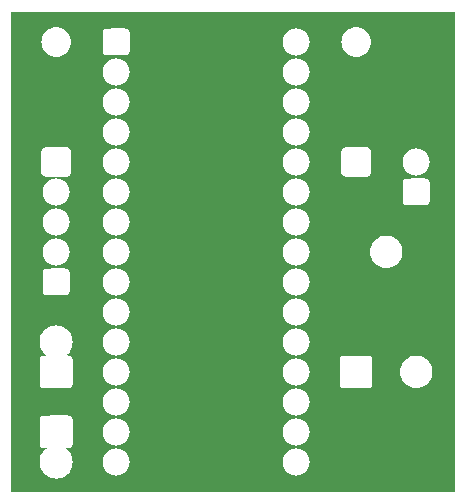
<source format=gbr>
G04 start of page 4 for group 2 idx 6 *
G04 Title: Controller, outline *
G04 Creator: pcb 4.0.2 *
G04 CreationDate: Sun May 26 22:24:23 2019 UTC *
G04 For: luigi *
G04 Format: Gerber/RS-274X *
G04 PCB-Dimensions (mil): 1480.00 1600.00 *
G04 PCB-Coordinate-Origin: lower left *
%MOIN*%
%FSLAX25Y25*%
%LNOUTLINE*%
%ADD29C,0.0001*%
G54D29*G36*
X134992Y160000D02*X148000D01*
Y0D01*
X134992D01*
Y34574D01*
X135000Y34573D01*
X135849Y34640D01*
X136677Y34839D01*
X137464Y35165D01*
X138190Y35610D01*
X138837Y36163D01*
X139390Y36810D01*
X139835Y37536D01*
X140161Y38323D01*
X140360Y39151D01*
X140410Y40000D01*
X140360Y40849D01*
X140161Y41677D01*
X139835Y42464D01*
X139390Y43190D01*
X138837Y43837D01*
X138190Y44390D01*
X137464Y44835D01*
X136677Y45161D01*
X135849Y45360D01*
X135000Y45427D01*
X134992Y45426D01*
Y95507D01*
X138235Y95514D01*
X138465Y95569D01*
X138683Y95659D01*
X138884Y95783D01*
X139064Y95936D01*
X139217Y96116D01*
X139341Y96317D01*
X139431Y96535D01*
X139486Y96765D01*
X139500Y97000D01*
X139486Y103235D01*
X139431Y103465D01*
X139341Y103683D01*
X139217Y103884D01*
X139064Y104064D01*
X138884Y104217D01*
X138683Y104341D01*
X138465Y104431D01*
X138235Y104486D01*
X138000Y104500D01*
X134992Y104493D01*
Y105487D01*
X135000Y105486D01*
X135706Y105542D01*
X136395Y105707D01*
X137049Y105978D01*
X137653Y106348D01*
X138192Y106808D01*
X138652Y107347D01*
X139022Y107951D01*
X139293Y108605D01*
X139458Y109294D01*
X139500Y110000D01*
X139458Y110706D01*
X139293Y111395D01*
X139022Y112049D01*
X138652Y112653D01*
X138192Y113192D01*
X137653Y113652D01*
X137049Y114022D01*
X136395Y114293D01*
X135706Y114458D01*
X135000Y114514D01*
X134992Y114513D01*
Y160000D01*
G37*
G36*
X124992D02*X134992D01*
Y114513D01*
X134294Y114458D01*
X133605Y114293D01*
X132951Y114022D01*
X132347Y113652D01*
X131808Y113192D01*
X131348Y112653D01*
X130978Y112049D01*
X130707Y111395D01*
X130542Y110706D01*
X130486Y110000D01*
X130542Y109294D01*
X130707Y108605D01*
X130978Y107951D01*
X131348Y107347D01*
X131808Y106808D01*
X132347Y106348D01*
X132951Y105978D01*
X133605Y105707D01*
X134294Y105542D01*
X134992Y105487D01*
Y104493D01*
X131765Y104486D01*
X131535Y104431D01*
X131317Y104341D01*
X131116Y104217D01*
X130936Y104064D01*
X130783Y103884D01*
X130659Y103683D01*
X130569Y103465D01*
X130514Y103235D01*
X130500Y103000D01*
X130514Y96765D01*
X130569Y96535D01*
X130659Y96317D01*
X130783Y96116D01*
X130936Y95936D01*
X131116Y95783D01*
X131317Y95659D01*
X131535Y95569D01*
X131765Y95514D01*
X132000Y95500D01*
X134992Y95507D01*
Y45426D01*
X134151Y45360D01*
X133323Y45161D01*
X132536Y44835D01*
X131810Y44390D01*
X131163Y43837D01*
X130610Y43190D01*
X130165Y42464D01*
X129839Y41677D01*
X129640Y40849D01*
X129573Y40000D01*
X129640Y39151D01*
X129839Y38323D01*
X130165Y37536D01*
X130610Y36810D01*
X131163Y36163D01*
X131810Y35610D01*
X132536Y35165D01*
X133323Y34839D01*
X134151Y34640D01*
X134992Y34574D01*
Y0D01*
X124992D01*
Y74574D01*
X125000Y74573D01*
X125849Y74640D01*
X126677Y74839D01*
X127464Y75165D01*
X128190Y75610D01*
X128837Y76163D01*
X129390Y76810D01*
X129835Y77536D01*
X130161Y78323D01*
X130360Y79151D01*
X130410Y80000D01*
X130360Y80849D01*
X130161Y81677D01*
X129835Y82464D01*
X129390Y83190D01*
X128837Y83837D01*
X128190Y84390D01*
X127464Y84835D01*
X126677Y85161D01*
X125849Y85360D01*
X125000Y85427D01*
X124992Y85426D01*
Y160000D01*
G37*
G36*
X114992D02*X124992D01*
Y85426D01*
X124151Y85360D01*
X123323Y85161D01*
X122536Y84835D01*
X121810Y84390D01*
X121163Y83837D01*
X120610Y83190D01*
X120165Y82464D01*
X119839Y81677D01*
X119640Y80849D01*
X119573Y80000D01*
X119640Y79151D01*
X119839Y78323D01*
X120165Y77536D01*
X120610Y76810D01*
X121163Y76163D01*
X121810Y75610D01*
X122536Y75165D01*
X123323Y74839D01*
X124151Y74640D01*
X124992Y74574D01*
Y0D01*
X114992D01*
Y34595D01*
X119567Y34599D01*
X119720Y34636D01*
X119865Y34696D01*
X120000Y34778D01*
X120119Y34881D01*
X120222Y35000D01*
X120304Y35135D01*
X120364Y35280D01*
X120401Y35433D01*
X120410Y35590D01*
X120401Y44567D01*
X120364Y44720D01*
X120304Y44865D01*
X120222Y45000D01*
X120119Y45119D01*
X120000Y45222D01*
X119865Y45304D01*
X119720Y45364D01*
X119567Y45401D01*
X119410Y45410D01*
X114992Y45405D01*
Y105107D01*
X118635Y105114D01*
X118865Y105169D01*
X119083Y105259D01*
X119284Y105383D01*
X119464Y105536D01*
X119617Y105716D01*
X119741Y105917D01*
X119831Y106135D01*
X119886Y106365D01*
X119900Y106600D01*
X119886Y113635D01*
X119831Y113865D01*
X119741Y114083D01*
X119617Y114284D01*
X119464Y114464D01*
X119284Y114617D01*
X119083Y114741D01*
X118865Y114831D01*
X118635Y114886D01*
X118400Y114900D01*
X114992Y114893D01*
Y145085D01*
X115000Y145085D01*
X115769Y145145D01*
X116519Y145325D01*
X117231Y145621D01*
X117889Y146024D01*
X118476Y146524D01*
X118976Y147111D01*
X119379Y147769D01*
X119675Y148481D01*
X119855Y149231D01*
X119900Y150000D01*
X119855Y150769D01*
X119675Y151519D01*
X119379Y152231D01*
X118976Y152889D01*
X118476Y153476D01*
X117889Y153976D01*
X117231Y154379D01*
X116519Y154675D01*
X115769Y154855D01*
X115000Y154915D01*
X114992Y154915D01*
Y160000D01*
G37*
G36*
X94993D02*X114992D01*
Y154915D01*
X114231Y154855D01*
X113481Y154675D01*
X112769Y154379D01*
X112111Y153976D01*
X111524Y153476D01*
X111024Y152889D01*
X110621Y152231D01*
X110325Y151519D01*
X110145Y150769D01*
X110085Y150000D01*
X110145Y149231D01*
X110325Y148481D01*
X110621Y147769D01*
X111024Y147111D01*
X111524Y146524D01*
X112111Y146024D01*
X112769Y145621D01*
X113481Y145325D01*
X114231Y145145D01*
X114992Y145085D01*
Y114893D01*
X111365Y114886D01*
X111135Y114831D01*
X110917Y114741D01*
X110716Y114617D01*
X110536Y114464D01*
X110383Y114284D01*
X110259Y114083D01*
X110169Y113865D01*
X110114Y113635D01*
X110100Y113400D01*
X110114Y106365D01*
X110169Y106135D01*
X110259Y105917D01*
X110383Y105716D01*
X110536Y105536D01*
X110716Y105383D01*
X110917Y105259D01*
X111135Y105169D01*
X111365Y105114D01*
X111600Y105100D01*
X114992Y105107D01*
Y45405D01*
X110433Y45401D01*
X110280Y45364D01*
X110135Y45304D01*
X110000Y45222D01*
X109881Y45119D01*
X109778Y45000D01*
X109696Y44865D01*
X109636Y44720D01*
X109599Y44567D01*
X109590Y44410D01*
X109599Y35433D01*
X109636Y35280D01*
X109696Y35135D01*
X109778Y35000D01*
X109881Y34881D01*
X110000Y34778D01*
X110135Y34696D01*
X110280Y34636D01*
X110433Y34599D01*
X110590Y34590D01*
X114992Y34595D01*
Y0D01*
X94993D01*
Y5487D01*
X95000Y5486D01*
X95706Y5542D01*
X96395Y5707D01*
X97049Y5978D01*
X97653Y6348D01*
X98192Y6808D01*
X98652Y7347D01*
X99022Y7951D01*
X99293Y8605D01*
X99458Y9294D01*
X99500Y10000D01*
X99458Y10706D01*
X99293Y11395D01*
X99022Y12049D01*
X98652Y12653D01*
X98192Y13192D01*
X97653Y13652D01*
X97049Y14022D01*
X96395Y14293D01*
X95706Y14458D01*
X95000Y14514D01*
X94993Y14513D01*
Y15487D01*
X95000Y15486D01*
X95706Y15542D01*
X96395Y15707D01*
X97049Y15978D01*
X97653Y16348D01*
X98192Y16808D01*
X98652Y17347D01*
X99022Y17951D01*
X99293Y18605D01*
X99458Y19294D01*
X99500Y20000D01*
X99458Y20706D01*
X99293Y21395D01*
X99022Y22049D01*
X98652Y22653D01*
X98192Y23192D01*
X97653Y23652D01*
X97049Y24022D01*
X96395Y24293D01*
X95706Y24458D01*
X95000Y24514D01*
X94993Y24513D01*
Y25487D01*
X95000Y25486D01*
X95706Y25542D01*
X96395Y25707D01*
X97049Y25978D01*
X97653Y26348D01*
X98192Y26808D01*
X98652Y27347D01*
X99022Y27951D01*
X99293Y28605D01*
X99458Y29294D01*
X99500Y30000D01*
X99458Y30706D01*
X99293Y31395D01*
X99022Y32049D01*
X98652Y32653D01*
X98192Y33192D01*
X97653Y33652D01*
X97049Y34022D01*
X96395Y34293D01*
X95706Y34458D01*
X95000Y34514D01*
X94993Y34513D01*
Y35487D01*
X95000Y35486D01*
X95706Y35542D01*
X96395Y35707D01*
X97049Y35978D01*
X97653Y36348D01*
X98192Y36808D01*
X98652Y37347D01*
X99022Y37951D01*
X99293Y38605D01*
X99458Y39294D01*
X99500Y40000D01*
X99458Y40706D01*
X99293Y41395D01*
X99022Y42049D01*
X98652Y42653D01*
X98192Y43192D01*
X97653Y43652D01*
X97049Y44022D01*
X96395Y44293D01*
X95706Y44458D01*
X95000Y44514D01*
X94993Y44513D01*
Y45487D01*
X95000Y45486D01*
X95706Y45542D01*
X96395Y45707D01*
X97049Y45978D01*
X97653Y46348D01*
X98192Y46808D01*
X98652Y47347D01*
X99022Y47951D01*
X99293Y48605D01*
X99458Y49294D01*
X99500Y50000D01*
X99458Y50706D01*
X99293Y51395D01*
X99022Y52049D01*
X98652Y52653D01*
X98192Y53192D01*
X97653Y53652D01*
X97049Y54022D01*
X96395Y54293D01*
X95706Y54458D01*
X95000Y54514D01*
X94993Y54513D01*
Y55487D01*
X95000Y55486D01*
X95706Y55542D01*
X96395Y55707D01*
X97049Y55978D01*
X97653Y56348D01*
X98192Y56808D01*
X98652Y57347D01*
X99022Y57951D01*
X99293Y58605D01*
X99458Y59294D01*
X99500Y60000D01*
X99458Y60706D01*
X99293Y61395D01*
X99022Y62049D01*
X98652Y62653D01*
X98192Y63192D01*
X97653Y63652D01*
X97049Y64022D01*
X96395Y64293D01*
X95706Y64458D01*
X95000Y64514D01*
X94993Y64513D01*
Y65487D01*
X95000Y65486D01*
X95706Y65542D01*
X96395Y65707D01*
X97049Y65978D01*
X97653Y66348D01*
X98192Y66808D01*
X98652Y67347D01*
X99022Y67951D01*
X99293Y68605D01*
X99458Y69294D01*
X99500Y70000D01*
X99458Y70706D01*
X99293Y71395D01*
X99022Y72049D01*
X98652Y72653D01*
X98192Y73192D01*
X97653Y73652D01*
X97049Y74022D01*
X96395Y74293D01*
X95706Y74458D01*
X95000Y74514D01*
X94993Y74513D01*
Y75487D01*
X95000Y75486D01*
X95706Y75542D01*
X96395Y75707D01*
X97049Y75978D01*
X97653Y76348D01*
X98192Y76808D01*
X98652Y77347D01*
X99022Y77951D01*
X99293Y78605D01*
X99458Y79294D01*
X99500Y80000D01*
X99458Y80706D01*
X99293Y81395D01*
X99022Y82049D01*
X98652Y82653D01*
X98192Y83192D01*
X97653Y83652D01*
X97049Y84022D01*
X96395Y84293D01*
X95706Y84458D01*
X95000Y84514D01*
X94993Y84513D01*
Y85487D01*
X95000Y85486D01*
X95706Y85542D01*
X96395Y85707D01*
X97049Y85978D01*
X97653Y86348D01*
X98192Y86808D01*
X98652Y87347D01*
X99022Y87951D01*
X99293Y88605D01*
X99458Y89294D01*
X99500Y90000D01*
X99458Y90706D01*
X99293Y91395D01*
X99022Y92049D01*
X98652Y92653D01*
X98192Y93192D01*
X97653Y93652D01*
X97049Y94022D01*
X96395Y94293D01*
X95706Y94458D01*
X95000Y94514D01*
X94993Y94513D01*
Y95487D01*
X95000Y95486D01*
X95706Y95542D01*
X96395Y95707D01*
X97049Y95978D01*
X97653Y96348D01*
X98192Y96808D01*
X98652Y97347D01*
X99022Y97951D01*
X99293Y98605D01*
X99458Y99294D01*
X99500Y100000D01*
X99458Y100706D01*
X99293Y101395D01*
X99022Y102049D01*
X98652Y102653D01*
X98192Y103192D01*
X97653Y103652D01*
X97049Y104022D01*
X96395Y104293D01*
X95706Y104458D01*
X95000Y104514D01*
X94993Y104513D01*
Y105487D01*
X95000Y105486D01*
X95706Y105542D01*
X96395Y105707D01*
X97049Y105978D01*
X97653Y106348D01*
X98192Y106808D01*
X98652Y107347D01*
X99022Y107951D01*
X99293Y108605D01*
X99458Y109294D01*
X99500Y110000D01*
X99458Y110706D01*
X99293Y111395D01*
X99022Y112049D01*
X98652Y112653D01*
X98192Y113192D01*
X97653Y113652D01*
X97049Y114022D01*
X96395Y114293D01*
X95706Y114458D01*
X95000Y114514D01*
X94993Y114513D01*
Y115487D01*
X95000Y115486D01*
X95706Y115542D01*
X96395Y115707D01*
X97049Y115978D01*
X97653Y116348D01*
X98192Y116808D01*
X98652Y117347D01*
X99022Y117951D01*
X99293Y118605D01*
X99458Y119294D01*
X99500Y120000D01*
X99458Y120706D01*
X99293Y121395D01*
X99022Y122049D01*
X98652Y122653D01*
X98192Y123192D01*
X97653Y123652D01*
X97049Y124022D01*
X96395Y124293D01*
X95706Y124458D01*
X95000Y124514D01*
X94993Y124513D01*
Y125487D01*
X95000Y125486D01*
X95706Y125542D01*
X96395Y125707D01*
X97049Y125978D01*
X97653Y126348D01*
X98192Y126808D01*
X98652Y127347D01*
X99022Y127951D01*
X99293Y128605D01*
X99458Y129294D01*
X99500Y130000D01*
X99458Y130706D01*
X99293Y131395D01*
X99022Y132049D01*
X98652Y132653D01*
X98192Y133192D01*
X97653Y133652D01*
X97049Y134022D01*
X96395Y134293D01*
X95706Y134458D01*
X95000Y134514D01*
X94993Y134513D01*
Y135487D01*
X95000Y135486D01*
X95706Y135542D01*
X96395Y135707D01*
X97049Y135978D01*
X97653Y136348D01*
X98192Y136808D01*
X98652Y137347D01*
X99022Y137951D01*
X99293Y138605D01*
X99458Y139294D01*
X99500Y140000D01*
X99458Y140706D01*
X99293Y141395D01*
X99022Y142049D01*
X98652Y142653D01*
X98192Y143192D01*
X97653Y143652D01*
X97049Y144022D01*
X96395Y144293D01*
X95706Y144458D01*
X95000Y144514D01*
X94993Y144513D01*
Y145487D01*
X95000Y145486D01*
X95706Y145542D01*
X96395Y145707D01*
X97049Y145978D01*
X97653Y146348D01*
X98192Y146808D01*
X98652Y147347D01*
X99022Y147951D01*
X99293Y148605D01*
X99458Y149294D01*
X99500Y150000D01*
X99458Y150706D01*
X99293Y151395D01*
X99022Y152049D01*
X98652Y152653D01*
X98192Y153192D01*
X97653Y153652D01*
X97049Y154022D01*
X96395Y154293D01*
X95706Y154458D01*
X95000Y154514D01*
X94993Y154513D01*
Y160000D01*
G37*
G36*
X34993D02*X94993D01*
Y154513D01*
X94294Y154458D01*
X93605Y154293D01*
X92951Y154022D01*
X92347Y153652D01*
X91808Y153192D01*
X91348Y152653D01*
X90978Y152049D01*
X90707Y151395D01*
X90542Y150706D01*
X90486Y150000D01*
X90542Y149294D01*
X90707Y148605D01*
X90978Y147951D01*
X91348Y147347D01*
X91808Y146808D01*
X92347Y146348D01*
X92951Y145978D01*
X93605Y145707D01*
X94294Y145542D01*
X94993Y145487D01*
Y144513D01*
X94294Y144458D01*
X93605Y144293D01*
X92951Y144022D01*
X92347Y143652D01*
X91808Y143192D01*
X91348Y142653D01*
X90978Y142049D01*
X90707Y141395D01*
X90542Y140706D01*
X90524Y140486D01*
X90486Y140000D01*
X90542Y139294D01*
X90707Y138605D01*
X90978Y137951D01*
X91348Y137347D01*
X91808Y136808D01*
X92347Y136348D01*
X92951Y135978D01*
X93605Y135707D01*
X94294Y135542D01*
X94993Y135487D01*
Y134513D01*
X94294Y134458D01*
X93605Y134293D01*
X92951Y134022D01*
X92347Y133652D01*
X91808Y133192D01*
X91348Y132653D01*
X90978Y132049D01*
X90707Y131395D01*
X90542Y130706D01*
X90524Y130486D01*
X90486Y130000D01*
X90542Y129294D01*
X90707Y128605D01*
X90978Y127951D01*
X91348Y127347D01*
X91808Y126808D01*
X92347Y126348D01*
X92951Y125978D01*
X93605Y125707D01*
X94294Y125542D01*
X94993Y125487D01*
Y124513D01*
X94294Y124458D01*
X93605Y124293D01*
X92951Y124022D01*
X92347Y123652D01*
X91808Y123192D01*
X91348Y122653D01*
X90978Y122049D01*
X90707Y121395D01*
X90542Y120706D01*
X90524Y120486D01*
X90486Y120000D01*
X90542Y119294D01*
X90707Y118605D01*
X90978Y117951D01*
X91348Y117347D01*
X91808Y116808D01*
X92347Y116348D01*
X92951Y115978D01*
X93605Y115707D01*
X94294Y115542D01*
X94993Y115487D01*
Y114513D01*
X94294Y114458D01*
X93605Y114293D01*
X92951Y114022D01*
X92347Y113652D01*
X91808Y113192D01*
X91348Y112653D01*
X90978Y112049D01*
X90707Y111395D01*
X90542Y110706D01*
X90524Y110486D01*
X90486Y110000D01*
X90542Y109294D01*
X90707Y108605D01*
X90978Y107951D01*
X91348Y107347D01*
X91808Y106808D01*
X92347Y106348D01*
X92951Y105978D01*
X93605Y105707D01*
X94294Y105542D01*
X94993Y105487D01*
Y104513D01*
X94294Y104458D01*
X93605Y104293D01*
X92951Y104022D01*
X92347Y103652D01*
X91808Y103192D01*
X91348Y102653D01*
X90978Y102049D01*
X90707Y101395D01*
X90542Y100706D01*
X90524Y100486D01*
X90486Y100000D01*
X90542Y99294D01*
X90707Y98605D01*
X90978Y97951D01*
X91348Y97347D01*
X91808Y96808D01*
X92347Y96348D01*
X92951Y95978D01*
X93605Y95707D01*
X94294Y95542D01*
X94993Y95487D01*
Y94513D01*
X94294Y94458D01*
X93605Y94293D01*
X92951Y94022D01*
X92347Y93652D01*
X91808Y93192D01*
X91348Y92653D01*
X90978Y92049D01*
X90707Y91395D01*
X90542Y90706D01*
X90524Y90486D01*
X90486Y90000D01*
X90542Y89294D01*
X90707Y88605D01*
X90978Y87951D01*
X91348Y87347D01*
X91808Y86808D01*
X92347Y86348D01*
X92951Y85978D01*
X93605Y85707D01*
X94294Y85542D01*
X94993Y85487D01*
Y84513D01*
X94294Y84458D01*
X93605Y84293D01*
X92951Y84022D01*
X92347Y83652D01*
X91808Y83192D01*
X91348Y82653D01*
X90978Y82049D01*
X90707Y81395D01*
X90542Y80706D01*
X90524Y80486D01*
X90486Y80000D01*
X90542Y79294D01*
X90707Y78605D01*
X90978Y77951D01*
X91348Y77347D01*
X91808Y76808D01*
X92347Y76348D01*
X92951Y75978D01*
X93605Y75707D01*
X94294Y75542D01*
X94993Y75487D01*
Y74513D01*
X94294Y74458D01*
X93605Y74293D01*
X92951Y74022D01*
X92347Y73652D01*
X91808Y73192D01*
X91348Y72653D01*
X90978Y72049D01*
X90707Y71395D01*
X90542Y70706D01*
X90524Y70486D01*
X90486Y70000D01*
X90542Y69294D01*
X90707Y68605D01*
X90978Y67951D01*
X91348Y67347D01*
X91808Y66808D01*
X92347Y66348D01*
X92951Y65978D01*
X93605Y65707D01*
X94294Y65542D01*
X94993Y65487D01*
Y64513D01*
X94294Y64458D01*
X93605Y64293D01*
X92951Y64022D01*
X92347Y63652D01*
X91808Y63192D01*
X91348Y62653D01*
X90978Y62049D01*
X90707Y61395D01*
X90542Y60706D01*
X90524Y60486D01*
X90486Y60000D01*
X90542Y59294D01*
X90707Y58605D01*
X90978Y57951D01*
X91348Y57347D01*
X91808Y56808D01*
X92347Y56348D01*
X92951Y55978D01*
X93605Y55707D01*
X94294Y55542D01*
X94993Y55487D01*
Y54513D01*
X94294Y54458D01*
X93605Y54293D01*
X92951Y54022D01*
X92347Y53652D01*
X91808Y53192D01*
X91348Y52653D01*
X90978Y52049D01*
X90707Y51395D01*
X90542Y50706D01*
X90524Y50486D01*
X90486Y50000D01*
X90542Y49294D01*
X90707Y48605D01*
X90978Y47951D01*
X91348Y47347D01*
X91808Y46808D01*
X92347Y46348D01*
X92951Y45978D01*
X93605Y45707D01*
X94294Y45542D01*
X94993Y45487D01*
Y44513D01*
X94294Y44458D01*
X93605Y44293D01*
X92951Y44022D01*
X92347Y43652D01*
X91808Y43192D01*
X91348Y42653D01*
X90978Y42049D01*
X90707Y41395D01*
X90542Y40706D01*
X90524Y40486D01*
X90486Y40000D01*
X90542Y39294D01*
X90707Y38605D01*
X90978Y37951D01*
X91348Y37347D01*
X91808Y36808D01*
X92347Y36348D01*
X92951Y35978D01*
X93605Y35707D01*
X94294Y35542D01*
X94993Y35487D01*
Y34513D01*
X94294Y34458D01*
X93605Y34293D01*
X92951Y34022D01*
X92347Y33652D01*
X91808Y33192D01*
X91348Y32653D01*
X90978Y32049D01*
X90707Y31395D01*
X90542Y30706D01*
X90524Y30486D01*
X90486Y30000D01*
X90542Y29294D01*
X90707Y28605D01*
X90978Y27951D01*
X91348Y27347D01*
X91808Y26808D01*
X92347Y26348D01*
X92951Y25978D01*
X93605Y25707D01*
X94294Y25542D01*
X94993Y25487D01*
Y24513D01*
X94294Y24458D01*
X93605Y24293D01*
X92951Y24022D01*
X92347Y23652D01*
X91808Y23192D01*
X91348Y22653D01*
X90978Y22049D01*
X90707Y21395D01*
X90542Y20706D01*
X90524Y20486D01*
X90486Y20000D01*
X90542Y19294D01*
X90707Y18605D01*
X90978Y17951D01*
X91348Y17347D01*
X91808Y16808D01*
X92347Y16348D01*
X92951Y15978D01*
X93605Y15707D01*
X94294Y15542D01*
X94993Y15487D01*
Y14513D01*
X94294Y14458D01*
X93605Y14293D01*
X92951Y14022D01*
X92347Y13652D01*
X91808Y13192D01*
X91348Y12653D01*
X90978Y12049D01*
X90707Y11395D01*
X90542Y10706D01*
X90524Y10486D01*
X90486Y10000D01*
X90542Y9294D01*
X90707Y8605D01*
X90978Y7951D01*
X91348Y7347D01*
X91808Y6808D01*
X92347Y6348D01*
X92951Y5978D01*
X93605Y5707D01*
X94294Y5542D01*
X94993Y5487D01*
Y0D01*
X34993D01*
Y5487D01*
X35000Y5486D01*
X35706Y5542D01*
X36395Y5707D01*
X37049Y5978D01*
X37653Y6348D01*
X38192Y6808D01*
X38652Y7347D01*
X39022Y7951D01*
X39293Y8605D01*
X39458Y9294D01*
X39500Y10000D01*
X39458Y10706D01*
X39293Y11395D01*
X39022Y12049D01*
X38652Y12653D01*
X38192Y13192D01*
X37653Y13652D01*
X37049Y14022D01*
X36395Y14293D01*
X35706Y14458D01*
X35000Y14514D01*
X34993Y14513D01*
Y15487D01*
X35000Y15486D01*
X35706Y15542D01*
X36395Y15707D01*
X37049Y15978D01*
X37653Y16348D01*
X38192Y16808D01*
X38652Y17347D01*
X39022Y17951D01*
X39293Y18605D01*
X39458Y19294D01*
X39500Y20000D01*
X39458Y20706D01*
X39293Y21395D01*
X39022Y22049D01*
X38652Y22653D01*
X38192Y23192D01*
X37653Y23652D01*
X37049Y24022D01*
X36395Y24293D01*
X35706Y24458D01*
X35000Y24514D01*
X34993Y24513D01*
Y25487D01*
X35000Y25486D01*
X35706Y25542D01*
X36395Y25707D01*
X37049Y25978D01*
X37653Y26348D01*
X38192Y26808D01*
X38652Y27347D01*
X39022Y27951D01*
X39293Y28605D01*
X39458Y29294D01*
X39500Y30000D01*
X39458Y30706D01*
X39293Y31395D01*
X39022Y32049D01*
X38652Y32653D01*
X38192Y33192D01*
X37653Y33652D01*
X37049Y34022D01*
X36395Y34293D01*
X35706Y34458D01*
X35000Y34514D01*
X34993Y34513D01*
Y35487D01*
X35000Y35486D01*
X35706Y35542D01*
X36395Y35707D01*
X37049Y35978D01*
X37653Y36348D01*
X38192Y36808D01*
X38652Y37347D01*
X39022Y37951D01*
X39293Y38605D01*
X39458Y39294D01*
X39500Y40000D01*
X39458Y40706D01*
X39293Y41395D01*
X39022Y42049D01*
X38652Y42653D01*
X38192Y43192D01*
X37653Y43652D01*
X37049Y44022D01*
X36395Y44293D01*
X35706Y44458D01*
X35000Y44514D01*
X34993Y44513D01*
Y45487D01*
X35000Y45486D01*
X35706Y45542D01*
X36395Y45707D01*
X37049Y45978D01*
X37653Y46348D01*
X38192Y46808D01*
X38652Y47347D01*
X39022Y47951D01*
X39293Y48605D01*
X39458Y49294D01*
X39500Y50000D01*
X39458Y50706D01*
X39293Y51395D01*
X39022Y52049D01*
X38652Y52653D01*
X38192Y53192D01*
X37653Y53652D01*
X37049Y54022D01*
X36395Y54293D01*
X35706Y54458D01*
X35000Y54514D01*
X34993Y54513D01*
Y55487D01*
X35000Y55486D01*
X35706Y55542D01*
X36395Y55707D01*
X37049Y55978D01*
X37653Y56348D01*
X38192Y56808D01*
X38652Y57347D01*
X39022Y57951D01*
X39293Y58605D01*
X39458Y59294D01*
X39500Y60000D01*
X39458Y60706D01*
X39293Y61395D01*
X39022Y62049D01*
X38652Y62653D01*
X38192Y63192D01*
X37653Y63652D01*
X37049Y64022D01*
X36395Y64293D01*
X35706Y64458D01*
X35000Y64514D01*
X34993Y64513D01*
Y65487D01*
X35000Y65486D01*
X35706Y65542D01*
X36395Y65707D01*
X37049Y65978D01*
X37653Y66348D01*
X38192Y66808D01*
X38652Y67347D01*
X39022Y67951D01*
X39293Y68605D01*
X39458Y69294D01*
X39500Y70000D01*
X39458Y70706D01*
X39293Y71395D01*
X39022Y72049D01*
X38652Y72653D01*
X38192Y73192D01*
X37653Y73652D01*
X37049Y74022D01*
X36395Y74293D01*
X35706Y74458D01*
X35000Y74514D01*
X34993Y74513D01*
Y75487D01*
X35000Y75486D01*
X35706Y75542D01*
X36395Y75707D01*
X37049Y75978D01*
X37653Y76348D01*
X38192Y76808D01*
X38652Y77347D01*
X39022Y77951D01*
X39293Y78605D01*
X39458Y79294D01*
X39500Y80000D01*
X39458Y80706D01*
X39293Y81395D01*
X39022Y82049D01*
X38652Y82653D01*
X38192Y83192D01*
X37653Y83652D01*
X37049Y84022D01*
X36395Y84293D01*
X35706Y84458D01*
X35000Y84514D01*
X34993Y84513D01*
Y85487D01*
X35000Y85486D01*
X35706Y85542D01*
X36395Y85707D01*
X37049Y85978D01*
X37653Y86348D01*
X38192Y86808D01*
X38652Y87347D01*
X39022Y87951D01*
X39293Y88605D01*
X39458Y89294D01*
X39500Y90000D01*
X39458Y90706D01*
X39293Y91395D01*
X39022Y92049D01*
X38652Y92653D01*
X38192Y93192D01*
X37653Y93652D01*
X37049Y94022D01*
X36395Y94293D01*
X35706Y94458D01*
X35000Y94514D01*
X34993Y94513D01*
Y95487D01*
X35000Y95486D01*
X35706Y95542D01*
X36395Y95707D01*
X37049Y95978D01*
X37653Y96348D01*
X38192Y96808D01*
X38652Y97347D01*
X39022Y97951D01*
X39293Y98605D01*
X39458Y99294D01*
X39500Y100000D01*
X39458Y100706D01*
X39293Y101395D01*
X39022Y102049D01*
X38652Y102653D01*
X38192Y103192D01*
X37653Y103652D01*
X37049Y104022D01*
X36395Y104293D01*
X35706Y104458D01*
X35000Y104514D01*
X34993Y104513D01*
Y105487D01*
X35000Y105486D01*
X35706Y105542D01*
X36395Y105707D01*
X37049Y105978D01*
X37653Y106348D01*
X38192Y106808D01*
X38652Y107347D01*
X39022Y107951D01*
X39293Y108605D01*
X39458Y109294D01*
X39500Y110000D01*
X39458Y110706D01*
X39293Y111395D01*
X39022Y112049D01*
X38652Y112653D01*
X38192Y113192D01*
X37653Y113652D01*
X37049Y114022D01*
X36395Y114293D01*
X35706Y114458D01*
X35000Y114514D01*
X34993Y114513D01*
Y115487D01*
X35000Y115486D01*
X35706Y115542D01*
X36395Y115707D01*
X37049Y115978D01*
X37653Y116348D01*
X38192Y116808D01*
X38652Y117347D01*
X39022Y117951D01*
X39293Y118605D01*
X39458Y119294D01*
X39500Y120000D01*
X39458Y120706D01*
X39293Y121395D01*
X39022Y122049D01*
X38652Y122653D01*
X38192Y123192D01*
X37653Y123652D01*
X37049Y124022D01*
X36395Y124293D01*
X35706Y124458D01*
X35000Y124514D01*
X34993Y124513D01*
Y125487D01*
X35000Y125486D01*
X35706Y125542D01*
X36395Y125707D01*
X37049Y125978D01*
X37653Y126348D01*
X38192Y126808D01*
X38652Y127347D01*
X39022Y127951D01*
X39293Y128605D01*
X39458Y129294D01*
X39500Y130000D01*
X39458Y130706D01*
X39293Y131395D01*
X39022Y132049D01*
X38652Y132653D01*
X38192Y133192D01*
X37653Y133652D01*
X37049Y134022D01*
X36395Y134293D01*
X35706Y134458D01*
X35000Y134514D01*
X34993Y134513D01*
Y135487D01*
X35000Y135486D01*
X35706Y135542D01*
X36395Y135707D01*
X37049Y135978D01*
X37653Y136348D01*
X38192Y136808D01*
X38652Y137347D01*
X39022Y137951D01*
X39293Y138605D01*
X39458Y139294D01*
X39500Y140000D01*
X39458Y140706D01*
X39293Y141395D01*
X39022Y142049D01*
X38652Y142653D01*
X38192Y143192D01*
X37653Y143652D01*
X37049Y144022D01*
X36395Y144293D01*
X35706Y144458D01*
X35000Y144514D01*
X34993Y144513D01*
Y145507D01*
X38235Y145514D01*
X38465Y145569D01*
X38683Y145659D01*
X38884Y145783D01*
X39064Y145936D01*
X39217Y146116D01*
X39341Y146317D01*
X39431Y146535D01*
X39486Y146765D01*
X39500Y147000D01*
X39486Y153235D01*
X39431Y153465D01*
X39341Y153683D01*
X39217Y153884D01*
X39064Y154064D01*
X38884Y154217D01*
X38683Y154341D01*
X38465Y154431D01*
X38235Y154486D01*
X38000Y154500D01*
X34993Y154493D01*
Y160000D01*
G37*
G36*
X14992D02*X34993D01*
Y154493D01*
X31765Y154486D01*
X31535Y154431D01*
X31317Y154341D01*
X31116Y154217D01*
X30936Y154064D01*
X30783Y153884D01*
X30659Y153683D01*
X30569Y153465D01*
X30514Y153235D01*
X30500Y153000D01*
X30514Y146765D01*
X30569Y146535D01*
X30659Y146317D01*
X30783Y146116D01*
X30936Y145936D01*
X31116Y145783D01*
X31317Y145659D01*
X31535Y145569D01*
X31765Y145514D01*
X32000Y145500D01*
X34993Y145507D01*
Y144513D01*
X34294Y144458D01*
X33605Y144293D01*
X32951Y144022D01*
X32347Y143652D01*
X31808Y143192D01*
X31348Y142653D01*
X30978Y142049D01*
X30707Y141395D01*
X30542Y140706D01*
X30486Y140000D01*
X30542Y139294D01*
X30707Y138605D01*
X30978Y137951D01*
X31348Y137347D01*
X31808Y136808D01*
X32347Y136348D01*
X32951Y135978D01*
X33605Y135707D01*
X34294Y135542D01*
X34993Y135487D01*
Y134513D01*
X34294Y134458D01*
X33605Y134293D01*
X32951Y134022D01*
X32347Y133652D01*
X31808Y133192D01*
X31348Y132653D01*
X30978Y132049D01*
X30707Y131395D01*
X30542Y130706D01*
X30486Y130000D01*
X30542Y129294D01*
X30707Y128605D01*
X30978Y127951D01*
X31348Y127347D01*
X31808Y126808D01*
X32347Y126348D01*
X32951Y125978D01*
X33605Y125707D01*
X34294Y125542D01*
X34993Y125487D01*
Y124513D01*
X34294Y124458D01*
X33605Y124293D01*
X32951Y124022D01*
X32347Y123652D01*
X31808Y123192D01*
X31348Y122653D01*
X30978Y122049D01*
X30707Y121395D01*
X30542Y120706D01*
X30486Y120000D01*
X30542Y119294D01*
X30707Y118605D01*
X30978Y117951D01*
X31348Y117347D01*
X31808Y116808D01*
X32347Y116348D01*
X32951Y115978D01*
X33605Y115707D01*
X34294Y115542D01*
X34993Y115487D01*
Y114513D01*
X34294Y114458D01*
X33605Y114293D01*
X32951Y114022D01*
X32347Y113652D01*
X31808Y113192D01*
X31348Y112653D01*
X30978Y112049D01*
X30707Y111395D01*
X30542Y110706D01*
X30486Y110000D01*
X30542Y109294D01*
X30707Y108605D01*
X30978Y107951D01*
X31348Y107347D01*
X31808Y106808D01*
X32347Y106348D01*
X32951Y105978D01*
X33605Y105707D01*
X34294Y105542D01*
X34993Y105487D01*
Y104513D01*
X34294Y104458D01*
X33605Y104293D01*
X32951Y104022D01*
X32347Y103652D01*
X31808Y103192D01*
X31348Y102653D01*
X30978Y102049D01*
X30707Y101395D01*
X30542Y100706D01*
X30486Y100000D01*
X30542Y99294D01*
X30707Y98605D01*
X30978Y97951D01*
X31348Y97347D01*
X31808Y96808D01*
X32347Y96348D01*
X32951Y95978D01*
X33605Y95707D01*
X34294Y95542D01*
X34993Y95487D01*
Y94513D01*
X34294Y94458D01*
X33605Y94293D01*
X32951Y94022D01*
X32347Y93652D01*
X31808Y93192D01*
X31348Y92653D01*
X30978Y92049D01*
X30707Y91395D01*
X30542Y90706D01*
X30486Y90000D01*
X30542Y89294D01*
X30707Y88605D01*
X30978Y87951D01*
X31348Y87347D01*
X31808Y86808D01*
X32347Y86348D01*
X32951Y85978D01*
X33605Y85707D01*
X34294Y85542D01*
X34993Y85487D01*
Y84513D01*
X34294Y84458D01*
X33605Y84293D01*
X32951Y84022D01*
X32347Y83652D01*
X31808Y83192D01*
X31348Y82653D01*
X30978Y82049D01*
X30707Y81395D01*
X30542Y80706D01*
X30486Y80000D01*
X30542Y79294D01*
X30707Y78605D01*
X30978Y77951D01*
X31348Y77347D01*
X31808Y76808D01*
X32347Y76348D01*
X32951Y75978D01*
X33605Y75707D01*
X34294Y75542D01*
X34993Y75487D01*
Y74513D01*
X34294Y74458D01*
X33605Y74293D01*
X32951Y74022D01*
X32347Y73652D01*
X31808Y73192D01*
X31348Y72653D01*
X30978Y72049D01*
X30707Y71395D01*
X30542Y70706D01*
X30486Y70000D01*
X30542Y69294D01*
X30707Y68605D01*
X30978Y67951D01*
X31348Y67347D01*
X31808Y66808D01*
X32347Y66348D01*
X32951Y65978D01*
X33605Y65707D01*
X34294Y65542D01*
X34993Y65487D01*
Y64513D01*
X34294Y64458D01*
X33605Y64293D01*
X32951Y64022D01*
X32347Y63652D01*
X31808Y63192D01*
X31348Y62653D01*
X30978Y62049D01*
X30707Y61395D01*
X30542Y60706D01*
X30486Y60000D01*
X30542Y59294D01*
X30707Y58605D01*
X30978Y57951D01*
X31348Y57347D01*
X31808Y56808D01*
X32347Y56348D01*
X32951Y55978D01*
X33605Y55707D01*
X34294Y55542D01*
X34993Y55487D01*
Y54513D01*
X34294Y54458D01*
X33605Y54293D01*
X32951Y54022D01*
X32347Y53652D01*
X31808Y53192D01*
X31348Y52653D01*
X30978Y52049D01*
X30707Y51395D01*
X30542Y50706D01*
X30486Y50000D01*
X30542Y49294D01*
X30707Y48605D01*
X30978Y47951D01*
X31348Y47347D01*
X31808Y46808D01*
X32347Y46348D01*
X32951Y45978D01*
X33605Y45707D01*
X34294Y45542D01*
X34993Y45487D01*
Y44513D01*
X34294Y44458D01*
X33605Y44293D01*
X32951Y44022D01*
X32347Y43652D01*
X31808Y43192D01*
X31348Y42653D01*
X30978Y42049D01*
X30707Y41395D01*
X30542Y40706D01*
X30486Y40000D01*
X30542Y39294D01*
X30707Y38605D01*
X30978Y37951D01*
X31348Y37347D01*
X31808Y36808D01*
X32347Y36348D01*
X32951Y35978D01*
X33605Y35707D01*
X34294Y35542D01*
X34993Y35487D01*
Y34513D01*
X34294Y34458D01*
X33605Y34293D01*
X32951Y34022D01*
X32347Y33652D01*
X31808Y33192D01*
X31348Y32653D01*
X30978Y32049D01*
X30707Y31395D01*
X30542Y30706D01*
X30486Y30000D01*
X30542Y29294D01*
X30707Y28605D01*
X30978Y27951D01*
X31348Y27347D01*
X31808Y26808D01*
X32347Y26348D01*
X32951Y25978D01*
X33605Y25707D01*
X34294Y25542D01*
X34993Y25487D01*
Y24513D01*
X34294Y24458D01*
X33605Y24293D01*
X32951Y24022D01*
X32347Y23652D01*
X31808Y23192D01*
X31348Y22653D01*
X30978Y22049D01*
X30707Y21395D01*
X30542Y20706D01*
X30486Y20000D01*
X30542Y19294D01*
X30707Y18605D01*
X30978Y17951D01*
X31348Y17347D01*
X31808Y16808D01*
X32347Y16348D01*
X32951Y15978D01*
X33605Y15707D01*
X34294Y15542D01*
X34993Y15487D01*
Y14513D01*
X34294Y14458D01*
X33605Y14293D01*
X32951Y14022D01*
X32347Y13652D01*
X31808Y13192D01*
X31348Y12653D01*
X30978Y12049D01*
X30707Y11395D01*
X30542Y10706D01*
X30486Y10000D01*
X30542Y9294D01*
X30707Y8605D01*
X30978Y7951D01*
X31348Y7347D01*
X31808Y6808D01*
X32347Y6348D01*
X32951Y5978D01*
X33605Y5707D01*
X34294Y5542D01*
X34993Y5487D01*
Y0D01*
X14992D01*
Y4484D01*
X15000Y4483D01*
X15863Y4551D01*
X16705Y4753D01*
X17505Y5084D01*
X18243Y5537D01*
X18901Y6099D01*
X19463Y6757D01*
X19916Y7495D01*
X20247Y8295D01*
X20449Y9137D01*
X20500Y10000D01*
X20449Y10863D01*
X20247Y11705D01*
X19916Y12505D01*
X19463Y13243D01*
X18901Y13901D01*
X18243Y14463D01*
X18163Y14512D01*
X19235Y14514D01*
X19465Y14569D01*
X19683Y14659D01*
X19884Y14783D01*
X20064Y14936D01*
X20217Y15116D01*
X20341Y15317D01*
X20431Y15535D01*
X20486Y15765D01*
X20500Y16000D01*
X20486Y24235D01*
X20431Y24465D01*
X20341Y24683D01*
X20217Y24884D01*
X20064Y25064D01*
X19884Y25217D01*
X19683Y25341D01*
X19465Y25431D01*
X19235Y25486D01*
X19000Y25500D01*
X14992Y25493D01*
Y34507D01*
X19235Y34514D01*
X19465Y34569D01*
X19683Y34659D01*
X19884Y34783D01*
X20064Y34936D01*
X20217Y35116D01*
X20341Y35317D01*
X20431Y35535D01*
X20486Y35765D01*
X20500Y36000D01*
X20486Y44235D01*
X20431Y44465D01*
X20341Y44683D01*
X20217Y44884D01*
X20064Y45064D01*
X19884Y45217D01*
X19683Y45341D01*
X19465Y45431D01*
X19235Y45486D01*
X19000Y45500D01*
X18181Y45499D01*
X18243Y45537D01*
X18901Y46099D01*
X19463Y46757D01*
X19916Y47495D01*
X20247Y48295D01*
X20449Y49137D01*
X20500Y50000D01*
X20449Y50863D01*
X20247Y51705D01*
X19916Y52505D01*
X19463Y53243D01*
X18901Y53901D01*
X18243Y54463D01*
X17505Y54916D01*
X16705Y55247D01*
X15863Y55449D01*
X15000Y55517D01*
X14992Y55516D01*
Y65507D01*
X18235Y65514D01*
X18465Y65569D01*
X18683Y65659D01*
X18884Y65783D01*
X19064Y65936D01*
X19217Y66116D01*
X19341Y66317D01*
X19431Y66535D01*
X19486Y66765D01*
X19500Y67000D01*
X19486Y73235D01*
X19431Y73465D01*
X19341Y73683D01*
X19217Y73884D01*
X19064Y74064D01*
X18884Y74217D01*
X18683Y74341D01*
X18465Y74431D01*
X18235Y74486D01*
X18000Y74500D01*
X14992Y74493D01*
Y75487D01*
X15000Y75486D01*
X15706Y75542D01*
X16395Y75707D01*
X17049Y75978D01*
X17653Y76348D01*
X18192Y76808D01*
X18652Y77347D01*
X19022Y77951D01*
X19293Y78605D01*
X19458Y79294D01*
X19500Y80000D01*
X19458Y80706D01*
X19293Y81395D01*
X19022Y82049D01*
X18652Y82653D01*
X18192Y83192D01*
X17653Y83652D01*
X17049Y84022D01*
X16395Y84293D01*
X15706Y84458D01*
X15000Y84514D01*
X14992Y84513D01*
Y85487D01*
X15000Y85486D01*
X15706Y85542D01*
X16395Y85707D01*
X17049Y85978D01*
X17653Y86348D01*
X18192Y86808D01*
X18652Y87347D01*
X19022Y87951D01*
X19293Y88605D01*
X19458Y89294D01*
X19500Y90000D01*
X19458Y90706D01*
X19293Y91395D01*
X19022Y92049D01*
X18652Y92653D01*
X18192Y93192D01*
X17653Y93652D01*
X17049Y94022D01*
X16395Y94293D01*
X15706Y94458D01*
X15000Y94514D01*
X14992Y94513D01*
Y95487D01*
X15000Y95486D01*
X15706Y95542D01*
X16395Y95707D01*
X17049Y95978D01*
X17653Y96348D01*
X18192Y96808D01*
X18652Y97347D01*
X19022Y97951D01*
X19293Y98605D01*
X19458Y99294D01*
X19500Y100000D01*
X19458Y100706D01*
X19293Y101395D01*
X19022Y102049D01*
X18652Y102653D01*
X18192Y103192D01*
X17653Y103652D01*
X17049Y104022D01*
X16395Y104293D01*
X15706Y104458D01*
X15000Y104514D01*
X14992Y104513D01*
Y105107D01*
X18635Y105114D01*
X18865Y105169D01*
X19083Y105259D01*
X19284Y105383D01*
X19464Y105536D01*
X19617Y105716D01*
X19741Y105917D01*
X19831Y106135D01*
X19886Y106365D01*
X19900Y106600D01*
X19886Y113635D01*
X19831Y113865D01*
X19741Y114083D01*
X19617Y114284D01*
X19464Y114464D01*
X19284Y114617D01*
X19083Y114741D01*
X18865Y114831D01*
X18635Y114886D01*
X18400Y114900D01*
X14992Y114893D01*
Y145086D01*
X15000Y145085D01*
X15769Y145145D01*
X16519Y145325D01*
X17231Y145621D01*
X17889Y146024D01*
X18476Y146524D01*
X18976Y147111D01*
X19379Y147769D01*
X19675Y148481D01*
X19855Y149231D01*
X19900Y150000D01*
X19855Y150769D01*
X19675Y151519D01*
X19379Y152231D01*
X18976Y152889D01*
X18476Y153476D01*
X17889Y153976D01*
X17231Y154379D01*
X16519Y154675D01*
X15769Y154855D01*
X15000Y154915D01*
X14992Y154914D01*
Y160000D01*
G37*
G36*
X0D02*X14992D01*
Y154914D01*
X14231Y154855D01*
X13481Y154675D01*
X12769Y154379D01*
X12111Y153976D01*
X11524Y153476D01*
X11024Y152889D01*
X10621Y152231D01*
X10325Y151519D01*
X10145Y150769D01*
X10085Y150000D01*
X10145Y149231D01*
X10325Y148481D01*
X10621Y147769D01*
X11024Y147111D01*
X11524Y146524D01*
X12111Y146024D01*
X12769Y145621D01*
X13481Y145325D01*
X14231Y145145D01*
X14992Y145086D01*
Y114893D01*
X11365Y114886D01*
X11135Y114831D01*
X10917Y114741D01*
X10716Y114617D01*
X10536Y114464D01*
X10383Y114284D01*
X10259Y114083D01*
X10169Y113865D01*
X10114Y113635D01*
X10100Y113400D01*
X10114Y106365D01*
X10169Y106135D01*
X10259Y105917D01*
X10383Y105716D01*
X10536Y105536D01*
X10716Y105383D01*
X10917Y105259D01*
X11135Y105169D01*
X11365Y105114D01*
X11600Y105100D01*
X14992Y105107D01*
Y104513D01*
X14294Y104458D01*
X13605Y104293D01*
X12951Y104022D01*
X12347Y103652D01*
X11808Y103192D01*
X11348Y102653D01*
X10978Y102049D01*
X10707Y101395D01*
X10542Y100706D01*
X10486Y100000D01*
X10542Y99294D01*
X10707Y98605D01*
X10978Y97951D01*
X11348Y97347D01*
X11808Y96808D01*
X12347Y96348D01*
X12951Y95978D01*
X13605Y95707D01*
X14294Y95542D01*
X14992Y95487D01*
Y94513D01*
X14294Y94458D01*
X13605Y94293D01*
X12951Y94022D01*
X12347Y93652D01*
X11808Y93192D01*
X11348Y92653D01*
X10978Y92049D01*
X10707Y91395D01*
X10542Y90706D01*
X10486Y90000D01*
X10542Y89294D01*
X10707Y88605D01*
X10978Y87951D01*
X11348Y87347D01*
X11808Y86808D01*
X12347Y86348D01*
X12951Y85978D01*
X13605Y85707D01*
X14294Y85542D01*
X14992Y85487D01*
Y84513D01*
X14294Y84458D01*
X13605Y84293D01*
X12951Y84022D01*
X12347Y83652D01*
X11808Y83192D01*
X11348Y82653D01*
X10978Y82049D01*
X10707Y81395D01*
X10542Y80706D01*
X10486Y80000D01*
X10542Y79294D01*
X10707Y78605D01*
X10978Y77951D01*
X11348Y77347D01*
X11808Y76808D01*
X12347Y76348D01*
X12951Y75978D01*
X13605Y75707D01*
X14294Y75542D01*
X14992Y75487D01*
Y74493D01*
X11765Y74486D01*
X11535Y74431D01*
X11317Y74341D01*
X11116Y74217D01*
X10936Y74064D01*
X10783Y73884D01*
X10659Y73683D01*
X10569Y73465D01*
X10514Y73235D01*
X10500Y73000D01*
X10514Y66765D01*
X10569Y66535D01*
X10659Y66317D01*
X10783Y66116D01*
X10936Y65936D01*
X11116Y65783D01*
X11317Y65659D01*
X11535Y65569D01*
X11765Y65514D01*
X12000Y65500D01*
X14992Y65507D01*
Y55516D01*
X14137Y55449D01*
X13295Y55247D01*
X12495Y54916D01*
X11757Y54463D01*
X11099Y53901D01*
X10537Y53243D01*
X10084Y52505D01*
X9753Y51705D01*
X9551Y50863D01*
X9483Y50000D01*
X9551Y49137D01*
X9753Y48295D01*
X10084Y47495D01*
X10537Y46757D01*
X11099Y46099D01*
X11757Y45537D01*
X11837Y45488D01*
X10765Y45486D01*
X10535Y45431D01*
X10317Y45341D01*
X10116Y45217D01*
X9936Y45064D01*
X9783Y44884D01*
X9659Y44683D01*
X9569Y44465D01*
X9514Y44235D01*
X9500Y44000D01*
X9514Y35765D01*
X9569Y35535D01*
X9659Y35317D01*
X9783Y35116D01*
X9936Y34936D01*
X10116Y34783D01*
X10317Y34659D01*
X10535Y34569D01*
X10765Y34514D01*
X11000Y34500D01*
X14992Y34507D01*
Y25493D01*
X10765Y25486D01*
X10535Y25431D01*
X10317Y25341D01*
X10116Y25217D01*
X9936Y25064D01*
X9783Y24884D01*
X9659Y24683D01*
X9569Y24465D01*
X9514Y24235D01*
X9500Y24000D01*
X9514Y15765D01*
X9569Y15535D01*
X9659Y15317D01*
X9783Y15116D01*
X9936Y14936D01*
X10116Y14783D01*
X10317Y14659D01*
X10535Y14569D01*
X10765Y14514D01*
X11000Y14500D01*
X11819Y14501D01*
X11757Y14463D01*
X11099Y13901D01*
X10537Y13243D01*
X10084Y12505D01*
X9753Y11705D01*
X9551Y10863D01*
X9483Y10000D01*
X9551Y9137D01*
X9753Y8295D01*
X10084Y7495D01*
X10537Y6757D01*
X11099Y6099D01*
X11757Y5537D01*
X12495Y5084D01*
X13295Y4753D01*
X14137Y4551D01*
X14992Y4484D01*
Y0D01*
X0D01*
Y160000D01*
G37*
M02*

</source>
